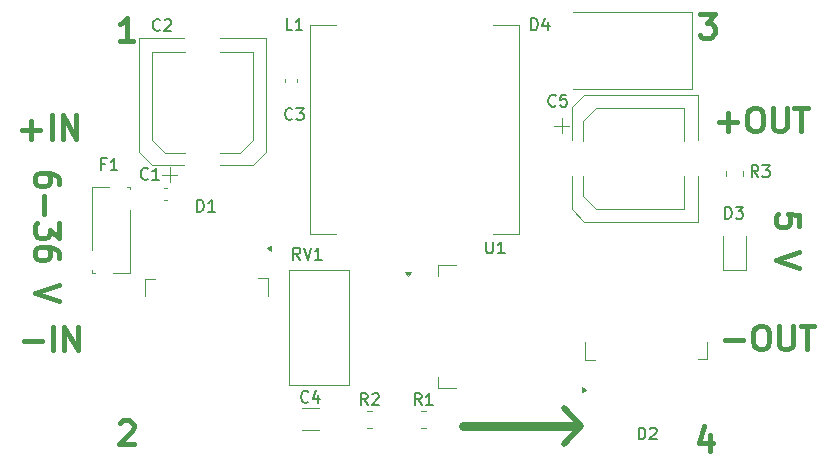
<source format=gbr>
%TF.GenerationSoftware,KiCad,Pcbnew,8.0.5*%
%TF.CreationDate,2024-10-22T02:27:49+03:00*%
%TF.ProjectId,DC36_DC5,44433336-5f44-4433-952e-6b696361645f,rev?*%
%TF.SameCoordinates,Original*%
%TF.FileFunction,Legend,Top*%
%TF.FilePolarity,Positive*%
%FSLAX46Y46*%
G04 Gerber Fmt 4.6, Leading zero omitted, Abs format (unit mm)*
G04 Created by KiCad (PCBNEW 8.0.5) date 2024-10-22 02:27:49*
%MOMM*%
%LPD*%
G01*
G04 APERTURE LIST*
%ADD10C,0.400000*%
%ADD11C,0.150000*%
%ADD12C,0.120000*%
%ADD13C,0.800000*%
%ADD14C,0.500000*%
G04 APERTURE END LIST*
D10*
X155838561Y-95545728D02*
X155838561Y-94593347D01*
X155838561Y-94593347D02*
X154886180Y-94498109D01*
X154886180Y-94498109D02*
X154981419Y-94593347D01*
X154981419Y-94593347D02*
X155076657Y-94783823D01*
X155076657Y-94783823D02*
X155076657Y-95260014D01*
X155076657Y-95260014D02*
X154981419Y-95450490D01*
X154981419Y-95450490D02*
X154886180Y-95545728D01*
X154886180Y-95545728D02*
X154695704Y-95640966D01*
X154695704Y-95640966D02*
X154219514Y-95640966D01*
X154219514Y-95640966D02*
X154029038Y-95545728D01*
X154029038Y-95545728D02*
X153933800Y-95450490D01*
X153933800Y-95450490D02*
X153838561Y-95260014D01*
X153838561Y-95260014D02*
X153838561Y-94783823D01*
X153838561Y-94783823D02*
X153933800Y-94593347D01*
X153933800Y-94593347D02*
X154029038Y-94498109D01*
X155838561Y-97736205D02*
X153838561Y-98402871D01*
X153838561Y-98402871D02*
X155838561Y-99069538D01*
X93138561Y-91950490D02*
X93138561Y-91569537D01*
X93138561Y-91569537D02*
X93043323Y-91379061D01*
X93043323Y-91379061D02*
X92948085Y-91283823D01*
X92948085Y-91283823D02*
X92662371Y-91093347D01*
X92662371Y-91093347D02*
X92281419Y-90998109D01*
X92281419Y-90998109D02*
X91519514Y-90998109D01*
X91519514Y-90998109D02*
X91329038Y-91093347D01*
X91329038Y-91093347D02*
X91233800Y-91188585D01*
X91233800Y-91188585D02*
X91138561Y-91379061D01*
X91138561Y-91379061D02*
X91138561Y-91760014D01*
X91138561Y-91760014D02*
X91233800Y-91950490D01*
X91233800Y-91950490D02*
X91329038Y-92045728D01*
X91329038Y-92045728D02*
X91519514Y-92140966D01*
X91519514Y-92140966D02*
X91995704Y-92140966D01*
X91995704Y-92140966D02*
X92186180Y-92045728D01*
X92186180Y-92045728D02*
X92281419Y-91950490D01*
X92281419Y-91950490D02*
X92376657Y-91760014D01*
X92376657Y-91760014D02*
X92376657Y-91379061D01*
X92376657Y-91379061D02*
X92281419Y-91188585D01*
X92281419Y-91188585D02*
X92186180Y-91093347D01*
X92186180Y-91093347D02*
X91995704Y-90998109D01*
X91900466Y-92998109D02*
X91900466Y-94521919D01*
X93138561Y-95283823D02*
X93138561Y-96521918D01*
X93138561Y-96521918D02*
X92376657Y-95855251D01*
X92376657Y-95855251D02*
X92376657Y-96140966D01*
X92376657Y-96140966D02*
X92281419Y-96331442D01*
X92281419Y-96331442D02*
X92186180Y-96426680D01*
X92186180Y-96426680D02*
X91995704Y-96521918D01*
X91995704Y-96521918D02*
X91519514Y-96521918D01*
X91519514Y-96521918D02*
X91329038Y-96426680D01*
X91329038Y-96426680D02*
X91233800Y-96331442D01*
X91233800Y-96331442D02*
X91138561Y-96140966D01*
X91138561Y-96140966D02*
X91138561Y-95569537D01*
X91138561Y-95569537D02*
X91233800Y-95379061D01*
X91233800Y-95379061D02*
X91329038Y-95283823D01*
X93138561Y-98236204D02*
X93138561Y-97855251D01*
X93138561Y-97855251D02*
X93043323Y-97664775D01*
X93043323Y-97664775D02*
X92948085Y-97569537D01*
X92948085Y-97569537D02*
X92662371Y-97379061D01*
X92662371Y-97379061D02*
X92281419Y-97283823D01*
X92281419Y-97283823D02*
X91519514Y-97283823D01*
X91519514Y-97283823D02*
X91329038Y-97379061D01*
X91329038Y-97379061D02*
X91233800Y-97474299D01*
X91233800Y-97474299D02*
X91138561Y-97664775D01*
X91138561Y-97664775D02*
X91138561Y-98045728D01*
X91138561Y-98045728D02*
X91233800Y-98236204D01*
X91233800Y-98236204D02*
X91329038Y-98331442D01*
X91329038Y-98331442D02*
X91519514Y-98426680D01*
X91519514Y-98426680D02*
X91995704Y-98426680D01*
X91995704Y-98426680D02*
X92186180Y-98331442D01*
X92186180Y-98331442D02*
X92281419Y-98236204D01*
X92281419Y-98236204D02*
X92376657Y-98045728D01*
X92376657Y-98045728D02*
X92376657Y-97664775D01*
X92376657Y-97664775D02*
X92281419Y-97474299D01*
X92281419Y-97474299D02*
X92186180Y-97379061D01*
X92186180Y-97379061D02*
X91995704Y-97283823D01*
X93138561Y-100521919D02*
X91138561Y-101188585D01*
X91138561Y-101188585D02*
X93138561Y-101855252D01*
X98317109Y-112178914D02*
X98412347Y-112083676D01*
X98412347Y-112083676D02*
X98602823Y-111988438D01*
X98602823Y-111988438D02*
X99079014Y-111988438D01*
X99079014Y-111988438D02*
X99269490Y-112083676D01*
X99269490Y-112083676D02*
X99364728Y-112178914D01*
X99364728Y-112178914D02*
X99459966Y-112369390D01*
X99459966Y-112369390D02*
X99459966Y-112559866D01*
X99459966Y-112559866D02*
X99364728Y-112845580D01*
X99364728Y-112845580D02*
X98221871Y-113988438D01*
X98221871Y-113988438D02*
X99459966Y-113988438D01*
X148269490Y-113209104D02*
X148269490Y-114542438D01*
X147793299Y-112447200D02*
X147317109Y-113875771D01*
X147317109Y-113875771D02*
X148555204Y-113875771D01*
X147421871Y-77588438D02*
X148659966Y-77588438D01*
X148659966Y-77588438D02*
X147993299Y-78350342D01*
X147993299Y-78350342D02*
X148279014Y-78350342D01*
X148279014Y-78350342D02*
X148469490Y-78445580D01*
X148469490Y-78445580D02*
X148564728Y-78540819D01*
X148564728Y-78540819D02*
X148659966Y-78731295D01*
X148659966Y-78731295D02*
X148659966Y-79207485D01*
X148659966Y-79207485D02*
X148564728Y-79397961D01*
X148564728Y-79397961D02*
X148469490Y-79493200D01*
X148469490Y-79493200D02*
X148279014Y-79588438D01*
X148279014Y-79588438D02*
X147707585Y-79588438D01*
X147707585Y-79588438D02*
X147517109Y-79493200D01*
X147517109Y-79493200D02*
X147421871Y-79397961D01*
X99449966Y-79888438D02*
X98307109Y-79888438D01*
X98878537Y-79888438D02*
X98878537Y-77888438D01*
X98878537Y-77888438D02*
X98688061Y-78174152D01*
X98688061Y-78174152D02*
X98497585Y-78364628D01*
X98497585Y-78364628D02*
X98307109Y-78459866D01*
D11*
X152360333Y-91386819D02*
X152027000Y-90910628D01*
X151788905Y-91386819D02*
X151788905Y-90386819D01*
X151788905Y-90386819D02*
X152169857Y-90386819D01*
X152169857Y-90386819D02*
X152265095Y-90434438D01*
X152265095Y-90434438D02*
X152312714Y-90482057D01*
X152312714Y-90482057D02*
X152360333Y-90577295D01*
X152360333Y-90577295D02*
X152360333Y-90720152D01*
X152360333Y-90720152D02*
X152312714Y-90815390D01*
X152312714Y-90815390D02*
X152265095Y-90863009D01*
X152265095Y-90863009D02*
X152169857Y-90910628D01*
X152169857Y-90910628D02*
X151788905Y-90910628D01*
X152693667Y-90386819D02*
X153312714Y-90386819D01*
X153312714Y-90386819D02*
X152979381Y-90767771D01*
X152979381Y-90767771D02*
X153122238Y-90767771D01*
X153122238Y-90767771D02*
X153217476Y-90815390D01*
X153217476Y-90815390D02*
X153265095Y-90863009D01*
X153265095Y-90863009D02*
X153312714Y-90958247D01*
X153312714Y-90958247D02*
X153312714Y-91196342D01*
X153312714Y-91196342D02*
X153265095Y-91291580D01*
X153265095Y-91291580D02*
X153217476Y-91339200D01*
X153217476Y-91339200D02*
X153122238Y-91386819D01*
X153122238Y-91386819D02*
X152836524Y-91386819D01*
X152836524Y-91386819D02*
X152741286Y-91339200D01*
X152741286Y-91339200D02*
X152693667Y-91291580D01*
X119277333Y-110691819D02*
X118944000Y-110215628D01*
X118705905Y-110691819D02*
X118705905Y-109691819D01*
X118705905Y-109691819D02*
X119086857Y-109691819D01*
X119086857Y-109691819D02*
X119182095Y-109739438D01*
X119182095Y-109739438D02*
X119229714Y-109787057D01*
X119229714Y-109787057D02*
X119277333Y-109882295D01*
X119277333Y-109882295D02*
X119277333Y-110025152D01*
X119277333Y-110025152D02*
X119229714Y-110120390D01*
X119229714Y-110120390D02*
X119182095Y-110168009D01*
X119182095Y-110168009D02*
X119086857Y-110215628D01*
X119086857Y-110215628D02*
X118705905Y-110215628D01*
X119658286Y-109787057D02*
X119705905Y-109739438D01*
X119705905Y-109739438D02*
X119801143Y-109691819D01*
X119801143Y-109691819D02*
X120039238Y-109691819D01*
X120039238Y-109691819D02*
X120134476Y-109739438D01*
X120134476Y-109739438D02*
X120182095Y-109787057D01*
X120182095Y-109787057D02*
X120229714Y-109882295D01*
X120229714Y-109882295D02*
X120229714Y-109977533D01*
X120229714Y-109977533D02*
X120182095Y-110120390D01*
X120182095Y-110120390D02*
X119610667Y-110691819D01*
X119610667Y-110691819D02*
X120229714Y-110691819D01*
X123849333Y-110691819D02*
X123516000Y-110215628D01*
X123277905Y-110691819D02*
X123277905Y-109691819D01*
X123277905Y-109691819D02*
X123658857Y-109691819D01*
X123658857Y-109691819D02*
X123754095Y-109739438D01*
X123754095Y-109739438D02*
X123801714Y-109787057D01*
X123801714Y-109787057D02*
X123849333Y-109882295D01*
X123849333Y-109882295D02*
X123849333Y-110025152D01*
X123849333Y-110025152D02*
X123801714Y-110120390D01*
X123801714Y-110120390D02*
X123754095Y-110168009D01*
X123754095Y-110168009D02*
X123658857Y-110215628D01*
X123658857Y-110215628D02*
X123277905Y-110215628D01*
X124801714Y-110691819D02*
X124230286Y-110691819D01*
X124516000Y-110691819D02*
X124516000Y-109691819D01*
X124516000Y-109691819D02*
X124420762Y-109834676D01*
X124420762Y-109834676D02*
X124325524Y-109929914D01*
X124325524Y-109929914D02*
X124230286Y-109977533D01*
X133119905Y-78940819D02*
X133119905Y-77940819D01*
X133119905Y-77940819D02*
X133358000Y-77940819D01*
X133358000Y-77940819D02*
X133500857Y-77988438D01*
X133500857Y-77988438D02*
X133596095Y-78083676D01*
X133596095Y-78083676D02*
X133643714Y-78178914D01*
X133643714Y-78178914D02*
X133691333Y-78369390D01*
X133691333Y-78369390D02*
X133691333Y-78512247D01*
X133691333Y-78512247D02*
X133643714Y-78702723D01*
X133643714Y-78702723D02*
X133596095Y-78797961D01*
X133596095Y-78797961D02*
X133500857Y-78893200D01*
X133500857Y-78893200D02*
X133358000Y-78940819D01*
X133358000Y-78940819D02*
X133119905Y-78940819D01*
X134548476Y-78274152D02*
X134548476Y-78940819D01*
X134310381Y-77893200D02*
X134072286Y-78607485D01*
X134072286Y-78607485D02*
X134691333Y-78607485D01*
X114260333Y-110396580D02*
X114212714Y-110444200D01*
X114212714Y-110444200D02*
X114069857Y-110491819D01*
X114069857Y-110491819D02*
X113974619Y-110491819D01*
X113974619Y-110491819D02*
X113831762Y-110444200D01*
X113831762Y-110444200D02*
X113736524Y-110348961D01*
X113736524Y-110348961D02*
X113688905Y-110253723D01*
X113688905Y-110253723D02*
X113641286Y-110063247D01*
X113641286Y-110063247D02*
X113641286Y-109920390D01*
X113641286Y-109920390D02*
X113688905Y-109729914D01*
X113688905Y-109729914D02*
X113736524Y-109634676D01*
X113736524Y-109634676D02*
X113831762Y-109539438D01*
X113831762Y-109539438D02*
X113974619Y-109491819D01*
X113974619Y-109491819D02*
X114069857Y-109491819D01*
X114069857Y-109491819D02*
X114212714Y-109539438D01*
X114212714Y-109539438D02*
X114260333Y-109587057D01*
X115117476Y-109825152D02*
X115117476Y-110491819D01*
X114879381Y-109444200D02*
X114641286Y-110158485D01*
X114641286Y-110158485D02*
X115260333Y-110158485D01*
X149534905Y-94908819D02*
X149534905Y-93908819D01*
X149534905Y-93908819D02*
X149773000Y-93908819D01*
X149773000Y-93908819D02*
X149915857Y-93956438D01*
X149915857Y-93956438D02*
X150011095Y-94051676D01*
X150011095Y-94051676D02*
X150058714Y-94146914D01*
X150058714Y-94146914D02*
X150106333Y-94337390D01*
X150106333Y-94337390D02*
X150106333Y-94480247D01*
X150106333Y-94480247D02*
X150058714Y-94670723D01*
X150058714Y-94670723D02*
X150011095Y-94765961D01*
X150011095Y-94765961D02*
X149915857Y-94861200D01*
X149915857Y-94861200D02*
X149773000Y-94908819D01*
X149773000Y-94908819D02*
X149534905Y-94908819D01*
X150439667Y-93908819D02*
X151058714Y-93908819D01*
X151058714Y-93908819D02*
X150725381Y-94289771D01*
X150725381Y-94289771D02*
X150868238Y-94289771D01*
X150868238Y-94289771D02*
X150963476Y-94337390D01*
X150963476Y-94337390D02*
X151011095Y-94385009D01*
X151011095Y-94385009D02*
X151058714Y-94480247D01*
X151058714Y-94480247D02*
X151058714Y-94718342D01*
X151058714Y-94718342D02*
X151011095Y-94813580D01*
X151011095Y-94813580D02*
X150963476Y-94861200D01*
X150963476Y-94861200D02*
X150868238Y-94908819D01*
X150868238Y-94908819D02*
X150582524Y-94908819D01*
X150582524Y-94908819D02*
X150487286Y-94861200D01*
X150487286Y-94861200D02*
X150439667Y-94813580D01*
D10*
X90043286Y-87391533D02*
X91567096Y-87391533D01*
X90805191Y-88153438D02*
X90805191Y-86629628D01*
X92519476Y-88153438D02*
X92519476Y-86153438D01*
X93471857Y-88153438D02*
X93471857Y-86153438D01*
X93471857Y-86153438D02*
X94614714Y-88153438D01*
X94614714Y-88153438D02*
X94614714Y-86153438D01*
D11*
X104834905Y-94308819D02*
X104834905Y-93308819D01*
X104834905Y-93308819D02*
X105073000Y-93308819D01*
X105073000Y-93308819D02*
X105215857Y-93356438D01*
X105215857Y-93356438D02*
X105311095Y-93451676D01*
X105311095Y-93451676D02*
X105358714Y-93546914D01*
X105358714Y-93546914D02*
X105406333Y-93737390D01*
X105406333Y-93737390D02*
X105406333Y-93880247D01*
X105406333Y-93880247D02*
X105358714Y-94070723D01*
X105358714Y-94070723D02*
X105311095Y-94165961D01*
X105311095Y-94165961D02*
X105215857Y-94261200D01*
X105215857Y-94261200D02*
X105073000Y-94308819D01*
X105073000Y-94308819D02*
X104834905Y-94308819D01*
X106358714Y-94308819D02*
X105787286Y-94308819D01*
X106073000Y-94308819D02*
X106073000Y-93308819D01*
X106073000Y-93308819D02*
X105977762Y-93451676D01*
X105977762Y-93451676D02*
X105882524Y-93546914D01*
X105882524Y-93546914D02*
X105787286Y-93594533D01*
X135215333Y-85322580D02*
X135167714Y-85370200D01*
X135167714Y-85370200D02*
X135024857Y-85417819D01*
X135024857Y-85417819D02*
X134929619Y-85417819D01*
X134929619Y-85417819D02*
X134786762Y-85370200D01*
X134786762Y-85370200D02*
X134691524Y-85274961D01*
X134691524Y-85274961D02*
X134643905Y-85179723D01*
X134643905Y-85179723D02*
X134596286Y-84989247D01*
X134596286Y-84989247D02*
X134596286Y-84846390D01*
X134596286Y-84846390D02*
X134643905Y-84655914D01*
X134643905Y-84655914D02*
X134691524Y-84560676D01*
X134691524Y-84560676D02*
X134786762Y-84465438D01*
X134786762Y-84465438D02*
X134929619Y-84417819D01*
X134929619Y-84417819D02*
X135024857Y-84417819D01*
X135024857Y-84417819D02*
X135167714Y-84465438D01*
X135167714Y-84465438D02*
X135215333Y-84513057D01*
X136120095Y-84417819D02*
X135643905Y-84417819D01*
X135643905Y-84417819D02*
X135596286Y-84894009D01*
X135596286Y-84894009D02*
X135643905Y-84846390D01*
X135643905Y-84846390D02*
X135739143Y-84798771D01*
X135739143Y-84798771D02*
X135977238Y-84798771D01*
X135977238Y-84798771D02*
X136072476Y-84846390D01*
X136072476Y-84846390D02*
X136120095Y-84894009D01*
X136120095Y-84894009D02*
X136167714Y-84989247D01*
X136167714Y-84989247D02*
X136167714Y-85227342D01*
X136167714Y-85227342D02*
X136120095Y-85322580D01*
X136120095Y-85322580D02*
X136072476Y-85370200D01*
X136072476Y-85370200D02*
X135977238Y-85417819D01*
X135977238Y-85417819D02*
X135739143Y-85417819D01*
X135739143Y-85417819D02*
X135643905Y-85370200D01*
X135643905Y-85370200D02*
X135596286Y-85322580D01*
X142226905Y-113598819D02*
X142226905Y-112598819D01*
X142226905Y-112598819D02*
X142465000Y-112598819D01*
X142465000Y-112598819D02*
X142607857Y-112646438D01*
X142607857Y-112646438D02*
X142703095Y-112741676D01*
X142703095Y-112741676D02*
X142750714Y-112836914D01*
X142750714Y-112836914D02*
X142798333Y-113027390D01*
X142798333Y-113027390D02*
X142798333Y-113170247D01*
X142798333Y-113170247D02*
X142750714Y-113360723D01*
X142750714Y-113360723D02*
X142703095Y-113455961D01*
X142703095Y-113455961D02*
X142607857Y-113551200D01*
X142607857Y-113551200D02*
X142465000Y-113598819D01*
X142465000Y-113598819D02*
X142226905Y-113598819D01*
X143179286Y-112694057D02*
X143226905Y-112646438D01*
X143226905Y-112646438D02*
X143322143Y-112598819D01*
X143322143Y-112598819D02*
X143560238Y-112598819D01*
X143560238Y-112598819D02*
X143655476Y-112646438D01*
X143655476Y-112646438D02*
X143703095Y-112694057D01*
X143703095Y-112694057D02*
X143750714Y-112789295D01*
X143750714Y-112789295D02*
X143750714Y-112884533D01*
X143750714Y-112884533D02*
X143703095Y-113027390D01*
X143703095Y-113027390D02*
X143131667Y-113598819D01*
X143131667Y-113598819D02*
X143750714Y-113598819D01*
X101716333Y-78922580D02*
X101668714Y-78970200D01*
X101668714Y-78970200D02*
X101525857Y-79017819D01*
X101525857Y-79017819D02*
X101430619Y-79017819D01*
X101430619Y-79017819D02*
X101287762Y-78970200D01*
X101287762Y-78970200D02*
X101192524Y-78874961D01*
X101192524Y-78874961D02*
X101144905Y-78779723D01*
X101144905Y-78779723D02*
X101097286Y-78589247D01*
X101097286Y-78589247D02*
X101097286Y-78446390D01*
X101097286Y-78446390D02*
X101144905Y-78255914D01*
X101144905Y-78255914D02*
X101192524Y-78160676D01*
X101192524Y-78160676D02*
X101287762Y-78065438D01*
X101287762Y-78065438D02*
X101430619Y-78017819D01*
X101430619Y-78017819D02*
X101525857Y-78017819D01*
X101525857Y-78017819D02*
X101668714Y-78065438D01*
X101668714Y-78065438D02*
X101716333Y-78113057D01*
X102097286Y-78113057D02*
X102144905Y-78065438D01*
X102144905Y-78065438D02*
X102240143Y-78017819D01*
X102240143Y-78017819D02*
X102478238Y-78017819D01*
X102478238Y-78017819D02*
X102573476Y-78065438D01*
X102573476Y-78065438D02*
X102621095Y-78113057D01*
X102621095Y-78113057D02*
X102668714Y-78208295D01*
X102668714Y-78208295D02*
X102668714Y-78303533D01*
X102668714Y-78303533D02*
X102621095Y-78446390D01*
X102621095Y-78446390D02*
X102049667Y-79017819D01*
X102049667Y-79017819D02*
X102668714Y-79017819D01*
X97039666Y-90285009D02*
X96706333Y-90285009D01*
X96706333Y-90808819D02*
X96706333Y-89808819D01*
X96706333Y-89808819D02*
X97182523Y-89808819D01*
X98087285Y-90808819D02*
X97515857Y-90808819D01*
X97801571Y-90808819D02*
X97801571Y-89808819D01*
X97801571Y-89808819D02*
X97706333Y-89951676D01*
X97706333Y-89951676D02*
X97611095Y-90046914D01*
X97611095Y-90046914D02*
X97515857Y-90094533D01*
X100681333Y-91513580D02*
X100633714Y-91561200D01*
X100633714Y-91561200D02*
X100490857Y-91608819D01*
X100490857Y-91608819D02*
X100395619Y-91608819D01*
X100395619Y-91608819D02*
X100252762Y-91561200D01*
X100252762Y-91561200D02*
X100157524Y-91465961D01*
X100157524Y-91465961D02*
X100109905Y-91370723D01*
X100109905Y-91370723D02*
X100062286Y-91180247D01*
X100062286Y-91180247D02*
X100062286Y-91037390D01*
X100062286Y-91037390D02*
X100109905Y-90846914D01*
X100109905Y-90846914D02*
X100157524Y-90751676D01*
X100157524Y-90751676D02*
X100252762Y-90656438D01*
X100252762Y-90656438D02*
X100395619Y-90608819D01*
X100395619Y-90608819D02*
X100490857Y-90608819D01*
X100490857Y-90608819D02*
X100633714Y-90656438D01*
X100633714Y-90656438D02*
X100681333Y-90704057D01*
X101633714Y-91608819D02*
X101062286Y-91608819D01*
X101348000Y-91608819D02*
X101348000Y-90608819D01*
X101348000Y-90608819D02*
X101252762Y-90751676D01*
X101252762Y-90751676D02*
X101157524Y-90846914D01*
X101157524Y-90846914D02*
X101062286Y-90894533D01*
D10*
X149034952Y-86756533D02*
X150558762Y-86756533D01*
X149796857Y-87518438D02*
X149796857Y-85994628D01*
X151892094Y-85518438D02*
X152273047Y-85518438D01*
X152273047Y-85518438D02*
X152463523Y-85613676D01*
X152463523Y-85613676D02*
X152653999Y-85804152D01*
X152653999Y-85804152D02*
X152749237Y-86185104D01*
X152749237Y-86185104D02*
X152749237Y-86851771D01*
X152749237Y-86851771D02*
X152653999Y-87232723D01*
X152653999Y-87232723D02*
X152463523Y-87423200D01*
X152463523Y-87423200D02*
X152273047Y-87518438D01*
X152273047Y-87518438D02*
X151892094Y-87518438D01*
X151892094Y-87518438D02*
X151701618Y-87423200D01*
X151701618Y-87423200D02*
X151511142Y-87232723D01*
X151511142Y-87232723D02*
X151415904Y-86851771D01*
X151415904Y-86851771D02*
X151415904Y-86185104D01*
X151415904Y-86185104D02*
X151511142Y-85804152D01*
X151511142Y-85804152D02*
X151701618Y-85613676D01*
X151701618Y-85613676D02*
X151892094Y-85518438D01*
X153606380Y-85518438D02*
X153606380Y-87137485D01*
X153606380Y-87137485D02*
X153701618Y-87327961D01*
X153701618Y-87327961D02*
X153796856Y-87423200D01*
X153796856Y-87423200D02*
X153987332Y-87518438D01*
X153987332Y-87518438D02*
X154368285Y-87518438D01*
X154368285Y-87518438D02*
X154558761Y-87423200D01*
X154558761Y-87423200D02*
X154653999Y-87327961D01*
X154653999Y-87327961D02*
X154749237Y-87137485D01*
X154749237Y-87137485D02*
X154749237Y-85518438D01*
X155415904Y-85518438D02*
X156558761Y-85518438D01*
X155987332Y-87518438D02*
X155987332Y-85518438D01*
D11*
X112906333Y-78943819D02*
X112430143Y-78943819D01*
X112430143Y-78943819D02*
X112430143Y-77943819D01*
X113763476Y-78943819D02*
X113192048Y-78943819D01*
X113477762Y-78943819D02*
X113477762Y-77943819D01*
X113477762Y-77943819D02*
X113382524Y-78086676D01*
X113382524Y-78086676D02*
X113287286Y-78181914D01*
X113287286Y-78181914D02*
X113192048Y-78229533D01*
D10*
X90170286Y-105298533D02*
X91694096Y-105298533D01*
X92646476Y-106060438D02*
X92646476Y-104060438D01*
X93598857Y-106060438D02*
X93598857Y-104060438D01*
X93598857Y-104060438D02*
X94741714Y-106060438D01*
X94741714Y-106060438D02*
X94741714Y-104060438D01*
X149553952Y-105196533D02*
X151077762Y-105196533D01*
X152411094Y-103958438D02*
X152792047Y-103958438D01*
X152792047Y-103958438D02*
X152982523Y-104053676D01*
X152982523Y-104053676D02*
X153172999Y-104244152D01*
X153172999Y-104244152D02*
X153268237Y-104625104D01*
X153268237Y-104625104D02*
X153268237Y-105291771D01*
X153268237Y-105291771D02*
X153172999Y-105672723D01*
X153172999Y-105672723D02*
X152982523Y-105863200D01*
X152982523Y-105863200D02*
X152792047Y-105958438D01*
X152792047Y-105958438D02*
X152411094Y-105958438D01*
X152411094Y-105958438D02*
X152220618Y-105863200D01*
X152220618Y-105863200D02*
X152030142Y-105672723D01*
X152030142Y-105672723D02*
X151934904Y-105291771D01*
X151934904Y-105291771D02*
X151934904Y-104625104D01*
X151934904Y-104625104D02*
X152030142Y-104244152D01*
X152030142Y-104244152D02*
X152220618Y-104053676D01*
X152220618Y-104053676D02*
X152411094Y-103958438D01*
X154125380Y-103958438D02*
X154125380Y-105577485D01*
X154125380Y-105577485D02*
X154220618Y-105767961D01*
X154220618Y-105767961D02*
X154315856Y-105863200D01*
X154315856Y-105863200D02*
X154506332Y-105958438D01*
X154506332Y-105958438D02*
X154887285Y-105958438D01*
X154887285Y-105958438D02*
X155077761Y-105863200D01*
X155077761Y-105863200D02*
X155172999Y-105767961D01*
X155172999Y-105767961D02*
X155268237Y-105577485D01*
X155268237Y-105577485D02*
X155268237Y-103958438D01*
X155934904Y-103958438D02*
X157077761Y-103958438D01*
X156506332Y-105958438D02*
X156506332Y-103958438D01*
D11*
X113577761Y-98371819D02*
X113244428Y-97895628D01*
X113006333Y-98371819D02*
X113006333Y-97371819D01*
X113006333Y-97371819D02*
X113387285Y-97371819D01*
X113387285Y-97371819D02*
X113482523Y-97419438D01*
X113482523Y-97419438D02*
X113530142Y-97467057D01*
X113530142Y-97467057D02*
X113577761Y-97562295D01*
X113577761Y-97562295D02*
X113577761Y-97705152D01*
X113577761Y-97705152D02*
X113530142Y-97800390D01*
X113530142Y-97800390D02*
X113482523Y-97848009D01*
X113482523Y-97848009D02*
X113387285Y-97895628D01*
X113387285Y-97895628D02*
X113006333Y-97895628D01*
X113863476Y-97371819D02*
X114196809Y-98371819D01*
X114196809Y-98371819D02*
X114530142Y-97371819D01*
X115387285Y-98371819D02*
X114815857Y-98371819D01*
X115101571Y-98371819D02*
X115101571Y-97371819D01*
X115101571Y-97371819D02*
X115006333Y-97514676D01*
X115006333Y-97514676D02*
X114911095Y-97609914D01*
X114911095Y-97609914D02*
X114815857Y-97657533D01*
X112902333Y-86444580D02*
X112854714Y-86492200D01*
X112854714Y-86492200D02*
X112711857Y-86539819D01*
X112711857Y-86539819D02*
X112616619Y-86539819D01*
X112616619Y-86539819D02*
X112473762Y-86492200D01*
X112473762Y-86492200D02*
X112378524Y-86396961D01*
X112378524Y-86396961D02*
X112330905Y-86301723D01*
X112330905Y-86301723D02*
X112283286Y-86111247D01*
X112283286Y-86111247D02*
X112283286Y-85968390D01*
X112283286Y-85968390D02*
X112330905Y-85777914D01*
X112330905Y-85777914D02*
X112378524Y-85682676D01*
X112378524Y-85682676D02*
X112473762Y-85587438D01*
X112473762Y-85587438D02*
X112616619Y-85539819D01*
X112616619Y-85539819D02*
X112711857Y-85539819D01*
X112711857Y-85539819D02*
X112854714Y-85587438D01*
X112854714Y-85587438D02*
X112902333Y-85635057D01*
X113235667Y-85539819D02*
X113854714Y-85539819D01*
X113854714Y-85539819D02*
X113521381Y-85920771D01*
X113521381Y-85920771D02*
X113664238Y-85920771D01*
X113664238Y-85920771D02*
X113759476Y-85968390D01*
X113759476Y-85968390D02*
X113807095Y-86016009D01*
X113807095Y-86016009D02*
X113854714Y-86111247D01*
X113854714Y-86111247D02*
X113854714Y-86349342D01*
X113854714Y-86349342D02*
X113807095Y-86444580D01*
X113807095Y-86444580D02*
X113759476Y-86492200D01*
X113759476Y-86492200D02*
X113664238Y-86539819D01*
X113664238Y-86539819D02*
X113378524Y-86539819D01*
X113378524Y-86539819D02*
X113283286Y-86492200D01*
X113283286Y-86492200D02*
X113235667Y-86444580D01*
X129316095Y-96846819D02*
X129316095Y-97656342D01*
X129316095Y-97656342D02*
X129363714Y-97751580D01*
X129363714Y-97751580D02*
X129411333Y-97799200D01*
X129411333Y-97799200D02*
X129506571Y-97846819D01*
X129506571Y-97846819D02*
X129697047Y-97846819D01*
X129697047Y-97846819D02*
X129792285Y-97799200D01*
X129792285Y-97799200D02*
X129839904Y-97751580D01*
X129839904Y-97751580D02*
X129887523Y-97656342D01*
X129887523Y-97656342D02*
X129887523Y-96846819D01*
X130887523Y-97846819D02*
X130316095Y-97846819D01*
X130601809Y-97846819D02*
X130601809Y-96846819D01*
X130601809Y-96846819D02*
X130506571Y-96989676D01*
X130506571Y-96989676D02*
X130411333Y-97084914D01*
X130411333Y-97084914D02*
X130316095Y-97132533D01*
D12*
%TO.C,R3*%
X151103000Y-90831936D02*
X151103000Y-91286064D01*
X149633000Y-90831936D02*
X149633000Y-91286064D01*
%TO.C,R2*%
X119216936Y-111152000D02*
X119671064Y-111152000D01*
X119216936Y-112622000D02*
X119671064Y-112622000D01*
%TO.C,R1*%
X123788936Y-111152000D02*
X124243064Y-111152000D01*
X123788936Y-112622000D02*
X124243064Y-112622000D01*
%TO.C,D4*%
X146707000Y-83895000D02*
X136697000Y-83895000D01*
X146707000Y-77395000D02*
X146707000Y-83895000D01*
X146707000Y-77395000D02*
X136697000Y-77395000D01*
%TO.C,C4*%
X113715748Y-110977000D02*
X115138252Y-110977000D01*
X113715748Y-112797000D02*
X115138252Y-112797000D01*
%TO.C,D3*%
X149413000Y-96379000D02*
X149413000Y-99239000D01*
X149413000Y-99239000D02*
X151333000Y-99239000D01*
X151333000Y-99239000D02*
X151333000Y-96379000D01*
%TO.C,D1*%
X100440000Y-99974000D02*
X101250000Y-99974000D01*
X100440000Y-101474000D02*
X100440000Y-99974000D01*
X110840000Y-99969000D02*
X109970000Y-99969000D01*
X110840000Y-101474000D02*
X110840000Y-99974000D01*
X111060000Y-97659000D02*
X110730000Y-97419000D01*
X111060000Y-97179000D01*
X111060000Y-97659000D01*
G36*
X111060000Y-97659000D02*
G01*
X110730000Y-97419000D01*
X111060000Y-97179000D01*
X111060000Y-97659000D01*
G37*
%TO.C,C5*%
X147287000Y-84429000D02*
X147287000Y-88279000D01*
X137631437Y-84429000D02*
X147287000Y-84429000D01*
X136567000Y-85493437D02*
X137631437Y-84429000D01*
X136567000Y-85493437D02*
X136567000Y-88279000D01*
X146077000Y-85539000D02*
X146077000Y-88289000D01*
X138621437Y-85539000D02*
X146077000Y-85539000D01*
X135702000Y-86404000D02*
X135702000Y-87654000D01*
X137557000Y-86603437D02*
X138621437Y-85539000D01*
X137557000Y-86603437D02*
X137557000Y-88289000D01*
X135077000Y-87029000D02*
X136327000Y-87029000D01*
X137557000Y-92994563D02*
X137557000Y-91309000D01*
X137557000Y-92994563D02*
X138621437Y-94059000D01*
X146077000Y-94059000D02*
X146077000Y-91309000D01*
X138621437Y-94059000D02*
X146077000Y-94059000D01*
X136567000Y-94084563D02*
X136567000Y-91299000D01*
X136567000Y-94084563D02*
X137631437Y-95149000D01*
X147287000Y-95149000D02*
X147287000Y-91299000D01*
X137631437Y-95149000D02*
X147287000Y-95149000D01*
%TO.C,D2*%
X137646000Y-105327000D02*
X137646000Y-106827000D01*
X137646000Y-106832000D02*
X138516000Y-106832000D01*
X148046000Y-105327000D02*
X148046000Y-106827000D01*
X148046000Y-106827000D02*
X147236000Y-106827000D01*
X137756000Y-109382000D02*
X137426000Y-109622000D01*
X137426000Y-109142000D01*
X137756000Y-109382000D01*
G36*
X137756000Y-109382000D02*
G01*
X137426000Y-109622000D01*
X137426000Y-109142000D01*
X137756000Y-109382000D01*
G37*
%TO.C,C2*%
X99923000Y-79603000D02*
X103773000Y-79603000D01*
X99923000Y-89258563D02*
X99923000Y-79603000D01*
X100987437Y-90323000D02*
X99923000Y-89258563D01*
X100987437Y-90323000D02*
X103773000Y-90323000D01*
X101033000Y-80813000D02*
X103783000Y-80813000D01*
X101033000Y-88268563D02*
X101033000Y-80813000D01*
X101898000Y-91188000D02*
X103148000Y-91188000D01*
X102097437Y-89333000D02*
X101033000Y-88268563D01*
X102097437Y-89333000D02*
X103783000Y-89333000D01*
X102523000Y-91813000D02*
X102523000Y-90563000D01*
X108488563Y-89333000D02*
X106803000Y-89333000D01*
X108488563Y-89333000D02*
X109553000Y-88268563D01*
X109553000Y-80813000D02*
X106803000Y-80813000D01*
X109553000Y-88268563D02*
X109553000Y-80813000D01*
X109578563Y-90323000D02*
X106793000Y-90323000D01*
X109578563Y-90323000D02*
X110643000Y-89258563D01*
X110643000Y-79603000D02*
X106793000Y-79603000D01*
X110643000Y-89258563D02*
X110643000Y-79603000D01*
%TO.C,F1*%
X95973000Y-92204000D02*
X95973000Y-97526000D01*
X95973000Y-99283000D02*
X95973000Y-99504000D01*
X96223000Y-99504000D02*
X95973000Y-99504000D01*
X97423000Y-92204000D02*
X95973000Y-92204000D01*
X99173000Y-92204000D02*
X98923000Y-92204000D01*
X99173000Y-92204000D02*
X99173000Y-92425000D01*
X99173000Y-94183000D02*
X99173000Y-99504000D01*
X99173000Y-99504000D02*
X97722000Y-99504000D01*
D13*
%TO.C,ARROW*%
X127373000Y-112454000D02*
X136873000Y-112454000D01*
D14*
X137373000Y-112454000D02*
X135873000Y-110954000D01*
X137373000Y-112454000D02*
X135873000Y-113954000D01*
D12*
%TO.C,C1*%
X102313580Y-92344000D02*
X102032420Y-92344000D01*
X102313580Y-93364000D02*
X102032420Y-93364000D01*
%TO.C,L1*%
X114438000Y-78541000D02*
X116613000Y-78541000D01*
X114438000Y-96211000D02*
X114438000Y-78541000D01*
X114438000Y-96211000D02*
X116613000Y-96211000D01*
X132108000Y-78541000D02*
X129933000Y-78541000D01*
X132108000Y-96211000D02*
X129933000Y-96211000D01*
X132108000Y-96211000D02*
X132108000Y-78541000D01*
%TO.C,RV1*%
X112633000Y-99255000D02*
X112633000Y-109025000D01*
X117703000Y-99255000D02*
X112633000Y-99255000D01*
X117703000Y-99255000D02*
X117703000Y-109025000D01*
X117703000Y-109025000D02*
X112633000Y-109025000D01*
%TO.C,C3*%
X113286000Y-83325580D02*
X113286000Y-83044420D01*
X112266000Y-83325580D02*
X112266000Y-83044420D01*
%TO.C,U1*%
X125253000Y-98842000D02*
X125253000Y-99792000D01*
X125253000Y-109242000D02*
X125253000Y-108292000D01*
X126753000Y-98842000D02*
X125253000Y-98842000D01*
X126753000Y-109242000D02*
X125253000Y-109242000D01*
X122690500Y-99792000D02*
X122450500Y-99462000D01*
X122930500Y-99462000D01*
X122690500Y-99792000D01*
G36*
X122690500Y-99792000D02*
G01*
X122450500Y-99462000D01*
X122930500Y-99462000D01*
X122690500Y-99792000D01*
G37*
%TD*%
M02*

</source>
